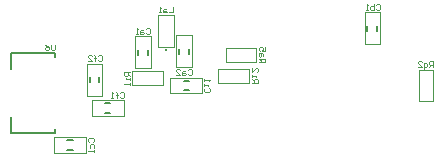
<source format=gbr>
%TF.GenerationSoftware,Altium Limited,Altium Designer,19.0.11 (319)*%
G04 Layer_Color=65535*
%FSLAX26Y26*%
%MOIN*%
%TF.FileFunction,Legend,Bot*%
%TF.Part,Single*%
G01*
G75*
%TA.AperFunction,NonConductor*%
%ADD64C,0.007874*%
%ADD65C,0.003000*%
%ADD66C,0.005000*%
%ADD67C,0.004331*%
D64*
X1075619Y633858D02*
G03*
X1075619Y633858I-2937J0D01*
G01*
D65*
X1349409Y524606D02*
Y571850D01*
X1247047Y524606D02*
X1349409D01*
X1247047D02*
Y571850D01*
X1349409D01*
X1086614Y489173D02*
X1192913D01*
Y540354D01*
X1086614D02*
X1192913D01*
X1086614Y489173D02*
Y540354D01*
X960630Y516281D02*
Y563525D01*
X1062992D01*
Y516281D02*
Y563525D01*
X960630Y516281D02*
X1062992D01*
X1374016Y592520D02*
Y639764D01*
X1271653Y592520D02*
X1374016D01*
X1271653D02*
Y639764D01*
X1374016D01*
X1916339Y464567D02*
X1963583D01*
X1916339D02*
Y566929D01*
X1963583D01*
Y464567D02*
Y566929D01*
X1098272Y642716D02*
Y749016D01*
X1047091D02*
X1098272D01*
X1047091Y642716D02*
Y749016D01*
Y642716D02*
X1098272D01*
X970472Y573378D02*
Y679677D01*
Y573378D02*
X1021654D01*
Y679677D01*
X970472D02*
X1021654D01*
X1106932Y576772D02*
Y683071D01*
Y576772D02*
X1158113D01*
Y683071D01*
X1106932D02*
X1158113D01*
X698819Y291339D02*
X805118D01*
Y342520D01*
X698819D02*
X805118D01*
X698819Y291339D02*
Y342520D01*
X825394Y415354D02*
X931693D01*
Y466536D01*
X825394D02*
X931693D01*
X825394Y415354D02*
Y466536D01*
X860236Y482283D02*
Y588583D01*
X809055D02*
X860236D01*
X809055Y482283D02*
Y588583D01*
Y482283D02*
X860236D01*
X1734252Y652710D02*
Y759010D01*
Y652710D02*
X1785433D01*
Y759010D01*
X1734252D02*
X1785433D01*
D66*
X1130906Y530512D02*
X1148622D01*
X1130906Y499016D02*
X1148622D01*
X556921Y571463D02*
Y622644D01*
X702921D01*
Y610833D02*
Y622644D01*
X556921Y358864D02*
Y410045D01*
X702921Y358864D02*
Y370675D01*
X556921Y358864D02*
X702921D01*
X1011811Y617669D02*
Y635385D01*
X980315Y617669D02*
Y635385D01*
X1148271Y621063D02*
Y638780D01*
X1116775Y621063D02*
Y638780D01*
X743110Y332677D02*
X760827D01*
X743110Y301181D02*
X760827D01*
X869685Y456693D02*
X887402D01*
X869685Y425197D02*
X887402D01*
X818898Y526575D02*
Y544291D01*
X850394Y526575D02*
Y544291D01*
X1775591Y697002D02*
Y714718D01*
X1744094Y697002D02*
Y714718D01*
D67*
X1359252Y525591D02*
X1378931D01*
Y535430D01*
X1375651Y538710D01*
X1369091D01*
X1365812Y535430D01*
Y525591D01*
Y532150D02*
X1359252Y538710D01*
Y545269D02*
Y551829D01*
Y548549D01*
X1372371D01*
Y545269D01*
X1359252Y574787D02*
Y561668D01*
X1372371Y574787D01*
X1375651D01*
X1378931Y571507D01*
Y564948D01*
X1375651Y561668D01*
X951772Y561024D02*
X932093D01*
Y551184D01*
X935373Y547904D01*
X941932D01*
X945212Y551184D01*
Y561024D01*
Y554464D02*
X951772Y547904D01*
Y541345D02*
Y534785D01*
Y538065D01*
X938653D01*
Y541345D01*
X951772Y524946D02*
Y518387D01*
Y521666D01*
X932093D01*
X935373Y524946D01*
X1216202Y507214D02*
X1219482Y503934D01*
Y497374D01*
X1216202Y494094D01*
X1203083D01*
X1199803Y497374D01*
Y503934D01*
X1203083Y507214D01*
X1199803Y513773D02*
Y520333D01*
Y517053D01*
X1212922D01*
Y513773D01*
X1199803Y530172D02*
Y536731D01*
Y533452D01*
X1219482D01*
X1216202Y530172D01*
X1772314Y784267D02*
X1775594Y787546D01*
X1782153D01*
X1785433Y784267D01*
Y771148D01*
X1782153Y767868D01*
X1775594D01*
X1772314Y771148D01*
X1765754Y787546D02*
Y767868D01*
X1755915D01*
X1752635Y771148D01*
Y774427D01*
Y777707D01*
X1755915Y780987D01*
X1765754D01*
X1746076Y767868D02*
X1739516D01*
X1742796D01*
Y787546D01*
X1746076Y784267D01*
X1963583Y578740D02*
Y598419D01*
X1953743D01*
X1950464Y595139D01*
Y588579D01*
X1953743Y585300D01*
X1963583D01*
X1957023D02*
X1950464Y578740D01*
X1930785Y572181D02*
Y591859D01*
X1940624D01*
X1943904Y588579D01*
Y582020D01*
X1940624Y578740D01*
X1930785D01*
X1911106D02*
X1924225D01*
X1911106Y591859D01*
Y595139D01*
X1914386Y598419D01*
X1920946D01*
X1924225Y595139D01*
X1382874Y592520D02*
X1402553D01*
Y602359D01*
X1399273Y605639D01*
X1392713D01*
X1389434Y602359D01*
Y592520D01*
Y599079D02*
X1382874Y605639D01*
X1395993Y615478D02*
Y622038D01*
X1392713Y625317D01*
X1382874D01*
Y615478D01*
X1386154Y612198D01*
X1389434Y615478D01*
Y625317D01*
X1402553Y644996D02*
Y631877D01*
X1392713D01*
X1395993Y638436D01*
Y641716D01*
X1392713Y644996D01*
X1386154D01*
X1382874Y641716D01*
Y635157D01*
X1386154Y631877D01*
X702921Y652165D02*
Y635766D01*
X699641Y632486D01*
X693082D01*
X689802Y635766D01*
Y652165D01*
X670124D02*
X676683Y648885D01*
X683243Y642326D01*
Y635766D01*
X679963Y632486D01*
X673403D01*
X670124Y635766D01*
Y639046D01*
X673403Y642326D01*
X683243D01*
X1094488Y778688D02*
Y759010D01*
X1081369D01*
X1071530Y772129D02*
X1064970D01*
X1061690Y768849D01*
Y759010D01*
X1071530D01*
X1074810Y762289D01*
X1071530Y765569D01*
X1061690D01*
X1055131Y759010D02*
X1048572D01*
X1051851D01*
Y778688D01*
X1055131Y775409D01*
X847117Y613840D02*
X850397Y617120D01*
X856956D01*
X860236Y613840D01*
Y600721D01*
X856956Y597441D01*
X850397D01*
X847117Y600721D01*
X837278Y597441D02*
Y613840D01*
Y607280D01*
X840558D01*
X833998D01*
X837278D01*
Y613840D01*
X833998Y617120D01*
X811040Y597441D02*
X824159D01*
X811040Y610560D01*
Y613840D01*
X814319Y617120D01*
X820879D01*
X824159Y613840D01*
X918967Y491793D02*
X922247Y495072D01*
X928807D01*
X932087Y491793D01*
Y478673D01*
X928807Y475394D01*
X922247D01*
X918967Y478673D01*
X909128Y475394D02*
Y491793D01*
Y485233D01*
X912408D01*
X905848D01*
X909128D01*
Y491793D01*
X905848Y495072D01*
X896009Y475394D02*
X889450D01*
X892729D01*
Y495072D01*
X896009Y491793D01*
X816672Y328432D02*
X813392Y331712D01*
Y338271D01*
X816672Y341551D01*
X829791D01*
X833071Y338271D01*
Y331712D01*
X829791Y328432D01*
X819952Y308753D02*
Y318593D01*
X823231Y321873D01*
X829791D01*
X833071Y318593D01*
Y308753D01*
Y302194D02*
Y295634D01*
Y298914D01*
X813392D01*
X816672Y302194D01*
X1146330Y568564D02*
X1149610Y571844D01*
X1156169D01*
X1159449Y568564D01*
Y555445D01*
X1156169Y552165D01*
X1149610D01*
X1146330Y555445D01*
X1136490Y565284D02*
X1129931D01*
X1126651Y562005D01*
Y552165D01*
X1136490D01*
X1139770Y555445D01*
X1136490Y558725D01*
X1126651D01*
X1106973Y552165D02*
X1120092D01*
X1106973Y565284D01*
Y568564D01*
X1110252Y571844D01*
X1116812D01*
X1120092Y568564D01*
X1005582Y703407D02*
X1008861Y706687D01*
X1015421D01*
X1018701Y703407D01*
Y690288D01*
X1015421Y687008D01*
X1008861D01*
X1005582Y690288D01*
X995742Y700127D02*
X989183D01*
X985903Y696847D01*
Y687008D01*
X995742D01*
X999022Y690288D01*
X995742Y693567D01*
X985903D01*
X979344Y687008D02*
X972784D01*
X976064D01*
Y706687D01*
X979344Y703407D01*
%TF.MD5,f8a744a208d3b72636736f288bd2c24d*%
M02*

</source>
